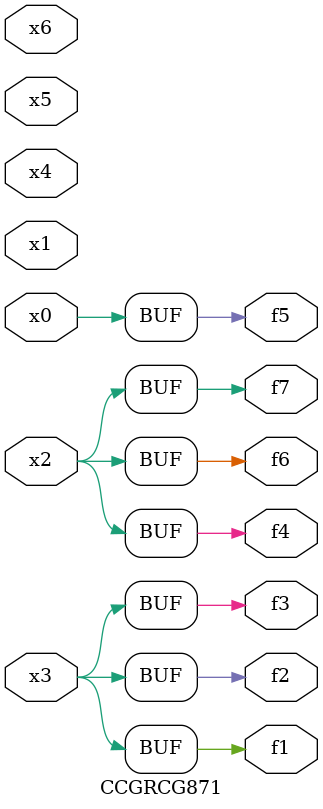
<source format=v>
module CCGRCG871(
	input x0, x1, x2, x3, x4, x5, x6,
	output f1, f2, f3, f4, f5, f6, f7
);
	assign f1 = x3;
	assign f2 = x3;
	assign f3 = x3;
	assign f4 = x2;
	assign f5 = x0;
	assign f6 = x2;
	assign f7 = x2;
endmodule

</source>
